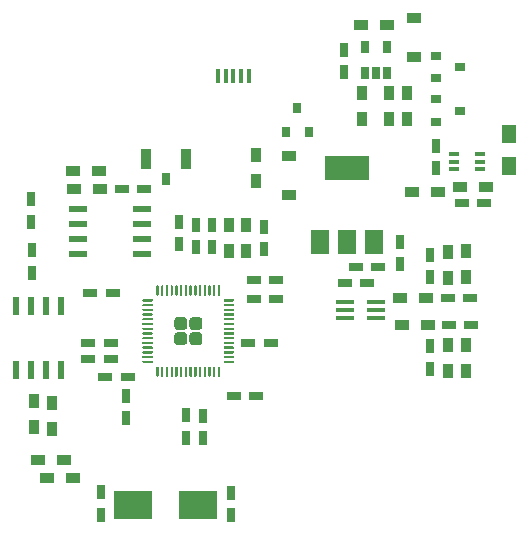
<source format=gbr>
%TF.GenerationSoftware,KiCad,Pcbnew,(5.1.12)-1*%
%TF.CreationDate,2021-12-23T20:15:37-08:00*%
%TF.ProjectId,frozen_stuff,66726f7a-656e-45f7-9374-7566662e6b69,rev?*%
%TF.SameCoordinates,Original*%
%TF.FileFunction,Paste,Top*%
%TF.FilePolarity,Positive*%
%FSLAX46Y46*%
G04 Gerber Fmt 4.6, Leading zero omitted, Abs format (unit mm)*
G04 Created by KiCad (PCBNEW (5.1.12)-1) date 2021-12-23 20:15:37*
%MOMM*%
%LPD*%
G01*
G04 APERTURE LIST*
%ADD10R,0.900000X1.200000*%
%ADD11R,0.750000X1.200000*%
%ADD12R,1.200000X0.900000*%
%ADD13R,1.200000X0.750000*%
%ADD14R,0.600000X1.550000*%
%ADD15R,3.325000X2.400000*%
%ADD16R,1.500000X0.400000*%
%ADD17R,0.900000X1.700000*%
%ADD18R,0.800000X1.100000*%
%ADD19R,0.900000X0.800000*%
%ADD20R,0.650000X1.060000*%
%ADD21R,0.800000X0.900000*%
%ADD22R,3.800000X2.000000*%
%ADD23R,1.500000X2.000000*%
%ADD24R,0.900000X0.400000*%
%ADD25R,1.200000X1.500000*%
%ADD26R,0.450000X1.300000*%
%ADD27R,1.550000X0.600000*%
G04 APERTURE END LIST*
D10*
%TO.C,R23*%
X195700000Y-87200000D03*
X195700000Y-89400000D03*
%TD*%
D11*
%TO.C,C28*%
X163880800Y-96230400D03*
X163880800Y-98130400D03*
%TD*%
%TO.C,C5*%
X177012600Y-114528600D03*
X177012600Y-116428600D03*
%TD*%
D12*
%TO.C,R22*%
X164500000Y-118300000D03*
X166700000Y-118300000D03*
%TD*%
D10*
%TO.C,R21*%
X164134800Y-113301600D03*
X164134800Y-115501600D03*
%TD*%
D12*
%TO.C,R20*%
X167400000Y-119800000D03*
X165200000Y-119800000D03*
%TD*%
D10*
%TO.C,R19*%
X165658800Y-113454000D03*
X165658800Y-115654000D03*
%TD*%
D11*
%TO.C,C30*%
X171958000Y-112842000D03*
X171958000Y-114742000D03*
%TD*%
D13*
%TO.C,C29*%
X172059600Y-111252000D03*
X170159600Y-111252000D03*
%TD*%
D11*
%TO.C,C27*%
X163931600Y-100548400D03*
X163931600Y-102448400D03*
%TD*%
D13*
%TO.C,C10*%
X170622000Y-108404000D03*
X168722000Y-108404000D03*
%TD*%
%TO.C,C26*%
X168722000Y-109791500D03*
X170622000Y-109791500D03*
%TD*%
%TO.C,C11*%
X170815000Y-104140000D03*
X168915000Y-104140000D03*
%TD*%
D14*
%TO.C,U7*%
X166433500Y-105250000D03*
X165163500Y-105250000D03*
X163893500Y-105250000D03*
X162623500Y-105250000D03*
X162623500Y-110650000D03*
X163893500Y-110650000D03*
X165163500Y-110650000D03*
X166433500Y-110650000D03*
%TD*%
D15*
%TO.C,Y1*%
X172497500Y-122072400D03*
X178022500Y-122072400D03*
%TD*%
D12*
%TO.C,R3*%
X198361000Y-95577000D03*
X196161000Y-95577000D03*
%TD*%
D13*
%TO.C,C4*%
X181071000Y-112849000D03*
X182971000Y-112849000D03*
%TD*%
D16*
%TO.C,U3*%
X190470000Y-104960000D03*
X190470000Y-105610000D03*
X190470000Y-106260000D03*
X193130000Y-106260000D03*
X193130000Y-105610000D03*
X193130000Y-104960000D03*
%TD*%
D10*
%TO.C,R16*%
X200690000Y-108574000D03*
X200690000Y-110774000D03*
%TD*%
%TO.C,R15*%
X200690000Y-102816000D03*
X200690000Y-100616000D03*
%TD*%
%TO.C,R14*%
X199166000Y-108574000D03*
X199166000Y-110774000D03*
%TD*%
%TO.C,R13*%
X199166000Y-102900000D03*
X199166000Y-100700000D03*
%TD*%
D12*
%TO.C,R12*%
X197472000Y-106880000D03*
X195272000Y-106880000D03*
%TD*%
%TO.C,R11*%
X197302000Y-104594000D03*
X195102000Y-104594000D03*
%TD*%
D13*
%TO.C,C25*%
X201132000Y-106880000D03*
X199232000Y-106880000D03*
%TD*%
%TO.C,C24*%
X201066000Y-104594000D03*
X199166000Y-104594000D03*
%TD*%
D11*
%TO.C,C23*%
X197642000Y-110558000D03*
X197642000Y-108658000D03*
%TD*%
%TO.C,C22*%
X197642000Y-100916000D03*
X197642000Y-102816000D03*
%TD*%
D13*
%TO.C,C21*%
X192369000Y-103324000D03*
X190469000Y-103324000D03*
%TD*%
D11*
%TO.C,C12*%
X177830000Y-100273500D03*
X177830000Y-98373500D03*
%TD*%
D17*
%TO.C,SW1*%
X173590000Y-92852000D03*
X176990000Y-92852000D03*
D18*
X175290000Y-94492000D03*
%TD*%
D12*
%TO.C,R10*%
X169702000Y-95386500D03*
X167502000Y-95386500D03*
%TD*%
%TO.C,R9*%
X169659000Y-93862500D03*
X167459000Y-93862500D03*
%TD*%
D19*
%TO.C,Q2*%
X198166000Y-87769000D03*
X198166000Y-89669000D03*
X200166000Y-88719000D03*
%TD*%
D20*
%TO.C,U6*%
X192120000Y-85501000D03*
X193070000Y-85501000D03*
X194020000Y-85501000D03*
X194020000Y-83301000D03*
X192120000Y-83301000D03*
%TD*%
D10*
%TO.C,R8*%
X194213000Y-89438000D03*
X194213000Y-87238000D03*
%TD*%
%TO.C,R7*%
X191927000Y-89438000D03*
X191927000Y-87238000D03*
%TD*%
%TO.C,R6*%
X182900000Y-92500000D03*
X182900000Y-94700000D03*
%TD*%
D21*
%TO.C,Q3*%
X185486000Y-90535000D03*
X187386000Y-90535000D03*
X186436000Y-88535000D03*
%TD*%
D12*
%TO.C,D2*%
X185700000Y-92550000D03*
X185700000Y-95850000D03*
%TD*%
D11*
%TO.C,C20*%
X190403000Y-85478000D03*
X190403000Y-83578000D03*
%TD*%
%TO.C,C17*%
X176450000Y-100022000D03*
X176450000Y-98122000D03*
%TD*%
%TO.C,C16*%
X178409600Y-114543800D03*
X178409600Y-116443800D03*
%TD*%
%TO.C,C13*%
X179227000Y-100276000D03*
X179227000Y-98376000D03*
%TD*%
D13*
%TO.C,C9*%
X182722000Y-103070000D03*
X184622000Y-103070000D03*
%TD*%
%TO.C,C8*%
X182722000Y-104648000D03*
X184622000Y-104648000D03*
%TD*%
D11*
%TO.C,C7*%
X183608500Y-100464000D03*
X183608500Y-98564000D03*
%TD*%
D13*
%TO.C,C6*%
X182275000Y-108404000D03*
X184175000Y-108404000D03*
%TD*%
D22*
%TO.C,U5*%
X190627000Y-93585000D03*
D23*
X190627000Y-99885000D03*
X192927000Y-99885000D03*
X188327000Y-99885000D03*
%TD*%
D24*
%TO.C,U1*%
X199717000Y-92387000D03*
X199717000Y-93687000D03*
X201917000Y-93037000D03*
X199717000Y-93037000D03*
X201917000Y-93687000D03*
X201917000Y-92387000D03*
%TD*%
D12*
%TO.C,R2*%
X202425000Y-95196000D03*
X200225000Y-95196000D03*
%TD*%
%TO.C,R1*%
X194000000Y-81500000D03*
X191800000Y-81500000D03*
%TD*%
D19*
%TO.C,Q1*%
X198166000Y-84086000D03*
X198166000Y-85986000D03*
X200166000Y-85036000D03*
%TD*%
D25*
%TO.C,L1*%
X204373000Y-90671000D03*
X204373000Y-93371000D03*
%TD*%
D26*
%TO.C,J1*%
X182305000Y-85793000D03*
X181655000Y-85793000D03*
X181005000Y-85793000D03*
X180355000Y-85793000D03*
X179705000Y-85793000D03*
%TD*%
D12*
%TO.C,D1*%
X196300000Y-84150000D03*
X196300000Y-80850000D03*
%TD*%
D13*
%TO.C,C19*%
X191358000Y-101927000D03*
X193258000Y-101927000D03*
%TD*%
D11*
%TO.C,C18*%
X195102000Y-99834000D03*
X195102000Y-101734000D03*
%TD*%
D13*
%TO.C,C3*%
X202275000Y-96550000D03*
X200375000Y-96550000D03*
%TD*%
D11*
%TO.C,C1*%
X198150000Y-91706000D03*
X198150000Y-93606000D03*
%TD*%
D10*
%TO.C,R5*%
X182084500Y-98414000D03*
X182084500Y-100614000D03*
%TD*%
%TO.C,R4*%
X180624000Y-98414000D03*
X180624000Y-100614000D03*
%TD*%
D11*
%TO.C,C15*%
X180800000Y-121071600D03*
X180800000Y-122971600D03*
%TD*%
%TO.C,C14*%
X169773600Y-121020800D03*
X169773600Y-122920800D03*
%TD*%
D13*
%TO.C,C2*%
X171546000Y-95386500D03*
X173446000Y-95386500D03*
%TD*%
%TO.C,U4*%
G36*
G01*
X174495000Y-104338000D02*
X174495000Y-103563000D01*
G75*
G02*
X174545000Y-103513000I50000J0D01*
G01*
X174645000Y-103513000D01*
G75*
G02*
X174695000Y-103563000I0J-50000D01*
G01*
X174695000Y-104338000D01*
G75*
G02*
X174645000Y-104388000I-50000J0D01*
G01*
X174545000Y-104388000D01*
G75*
G02*
X174495000Y-104338000I0J50000D01*
G01*
G37*
G36*
G01*
X174895000Y-104338000D02*
X174895000Y-103563000D01*
G75*
G02*
X174945000Y-103513000I50000J0D01*
G01*
X175045000Y-103513000D01*
G75*
G02*
X175095000Y-103563000I0J-50000D01*
G01*
X175095000Y-104338000D01*
G75*
G02*
X175045000Y-104388000I-50000J0D01*
G01*
X174945000Y-104388000D01*
G75*
G02*
X174895000Y-104338000I0J50000D01*
G01*
G37*
G36*
G01*
X175295000Y-104338000D02*
X175295000Y-103563000D01*
G75*
G02*
X175345000Y-103513000I50000J0D01*
G01*
X175445000Y-103513000D01*
G75*
G02*
X175495000Y-103563000I0J-50000D01*
G01*
X175495000Y-104338000D01*
G75*
G02*
X175445000Y-104388000I-50000J0D01*
G01*
X175345000Y-104388000D01*
G75*
G02*
X175295000Y-104338000I0J50000D01*
G01*
G37*
G36*
G01*
X175695000Y-104338000D02*
X175695000Y-103563000D01*
G75*
G02*
X175745000Y-103513000I50000J0D01*
G01*
X175845000Y-103513000D01*
G75*
G02*
X175895000Y-103563000I0J-50000D01*
G01*
X175895000Y-104338000D01*
G75*
G02*
X175845000Y-104388000I-50000J0D01*
G01*
X175745000Y-104388000D01*
G75*
G02*
X175695000Y-104338000I0J50000D01*
G01*
G37*
G36*
G01*
X176095000Y-104338000D02*
X176095000Y-103563000D01*
G75*
G02*
X176145000Y-103513000I50000J0D01*
G01*
X176245000Y-103513000D01*
G75*
G02*
X176295000Y-103563000I0J-50000D01*
G01*
X176295000Y-104338000D01*
G75*
G02*
X176245000Y-104388000I-50000J0D01*
G01*
X176145000Y-104388000D01*
G75*
G02*
X176095000Y-104338000I0J50000D01*
G01*
G37*
G36*
G01*
X176495000Y-104338000D02*
X176495000Y-103563000D01*
G75*
G02*
X176545000Y-103513000I50000J0D01*
G01*
X176645000Y-103513000D01*
G75*
G02*
X176695000Y-103563000I0J-50000D01*
G01*
X176695000Y-104338000D01*
G75*
G02*
X176645000Y-104388000I-50000J0D01*
G01*
X176545000Y-104388000D01*
G75*
G02*
X176495000Y-104338000I0J50000D01*
G01*
G37*
G36*
G01*
X176895000Y-104338000D02*
X176895000Y-103563000D01*
G75*
G02*
X176945000Y-103513000I50000J0D01*
G01*
X177045000Y-103513000D01*
G75*
G02*
X177095000Y-103563000I0J-50000D01*
G01*
X177095000Y-104338000D01*
G75*
G02*
X177045000Y-104388000I-50000J0D01*
G01*
X176945000Y-104388000D01*
G75*
G02*
X176895000Y-104338000I0J50000D01*
G01*
G37*
G36*
G01*
X177295000Y-104338000D02*
X177295000Y-103563000D01*
G75*
G02*
X177345000Y-103513000I50000J0D01*
G01*
X177445000Y-103513000D01*
G75*
G02*
X177495000Y-103563000I0J-50000D01*
G01*
X177495000Y-104338000D01*
G75*
G02*
X177445000Y-104388000I-50000J0D01*
G01*
X177345000Y-104388000D01*
G75*
G02*
X177295000Y-104338000I0J50000D01*
G01*
G37*
G36*
G01*
X177695000Y-104338000D02*
X177695000Y-103563000D01*
G75*
G02*
X177745000Y-103513000I50000J0D01*
G01*
X177845000Y-103513000D01*
G75*
G02*
X177895000Y-103563000I0J-50000D01*
G01*
X177895000Y-104338000D01*
G75*
G02*
X177845000Y-104388000I-50000J0D01*
G01*
X177745000Y-104388000D01*
G75*
G02*
X177695000Y-104338000I0J50000D01*
G01*
G37*
G36*
G01*
X178095000Y-104338000D02*
X178095000Y-103563000D01*
G75*
G02*
X178145000Y-103513000I50000J0D01*
G01*
X178245000Y-103513000D01*
G75*
G02*
X178295000Y-103563000I0J-50000D01*
G01*
X178295000Y-104338000D01*
G75*
G02*
X178245000Y-104388000I-50000J0D01*
G01*
X178145000Y-104388000D01*
G75*
G02*
X178095000Y-104338000I0J50000D01*
G01*
G37*
G36*
G01*
X178495000Y-104338000D02*
X178495000Y-103563000D01*
G75*
G02*
X178545000Y-103513000I50000J0D01*
G01*
X178645000Y-103513000D01*
G75*
G02*
X178695000Y-103563000I0J-50000D01*
G01*
X178695000Y-104338000D01*
G75*
G02*
X178645000Y-104388000I-50000J0D01*
G01*
X178545000Y-104388000D01*
G75*
G02*
X178495000Y-104338000I0J50000D01*
G01*
G37*
G36*
G01*
X178895000Y-104338000D02*
X178895000Y-103563000D01*
G75*
G02*
X178945000Y-103513000I50000J0D01*
G01*
X179045000Y-103513000D01*
G75*
G02*
X179095000Y-103563000I0J-50000D01*
G01*
X179095000Y-104338000D01*
G75*
G02*
X179045000Y-104388000I-50000J0D01*
G01*
X178945000Y-104388000D01*
G75*
G02*
X178895000Y-104338000I0J50000D01*
G01*
G37*
G36*
G01*
X179295000Y-104338000D02*
X179295000Y-103563000D01*
G75*
G02*
X179345000Y-103513000I50000J0D01*
G01*
X179445000Y-103513000D01*
G75*
G02*
X179495000Y-103563000I0J-50000D01*
G01*
X179495000Y-104338000D01*
G75*
G02*
X179445000Y-104388000I-50000J0D01*
G01*
X179345000Y-104388000D01*
G75*
G02*
X179295000Y-104338000I0J50000D01*
G01*
G37*
G36*
G01*
X179695000Y-104338000D02*
X179695000Y-103563000D01*
G75*
G02*
X179745000Y-103513000I50000J0D01*
G01*
X179845000Y-103513000D01*
G75*
G02*
X179895000Y-103563000I0J-50000D01*
G01*
X179895000Y-104338000D01*
G75*
G02*
X179845000Y-104388000I-50000J0D01*
G01*
X179745000Y-104388000D01*
G75*
G02*
X179695000Y-104338000I0J50000D01*
G01*
G37*
G36*
G01*
X180195000Y-104838000D02*
X180195000Y-104738000D01*
G75*
G02*
X180245000Y-104688000I50000J0D01*
G01*
X181020000Y-104688000D01*
G75*
G02*
X181070000Y-104738000I0J-50000D01*
G01*
X181070000Y-104838000D01*
G75*
G02*
X181020000Y-104888000I-50000J0D01*
G01*
X180245000Y-104888000D01*
G75*
G02*
X180195000Y-104838000I0J50000D01*
G01*
G37*
G36*
G01*
X180195000Y-105238000D02*
X180195000Y-105138000D01*
G75*
G02*
X180245000Y-105088000I50000J0D01*
G01*
X181020000Y-105088000D01*
G75*
G02*
X181070000Y-105138000I0J-50000D01*
G01*
X181070000Y-105238000D01*
G75*
G02*
X181020000Y-105288000I-50000J0D01*
G01*
X180245000Y-105288000D01*
G75*
G02*
X180195000Y-105238000I0J50000D01*
G01*
G37*
G36*
G01*
X180195000Y-105638000D02*
X180195000Y-105538000D01*
G75*
G02*
X180245000Y-105488000I50000J0D01*
G01*
X181020000Y-105488000D01*
G75*
G02*
X181070000Y-105538000I0J-50000D01*
G01*
X181070000Y-105638000D01*
G75*
G02*
X181020000Y-105688000I-50000J0D01*
G01*
X180245000Y-105688000D01*
G75*
G02*
X180195000Y-105638000I0J50000D01*
G01*
G37*
G36*
G01*
X180195000Y-106038000D02*
X180195000Y-105938000D01*
G75*
G02*
X180245000Y-105888000I50000J0D01*
G01*
X181020000Y-105888000D01*
G75*
G02*
X181070000Y-105938000I0J-50000D01*
G01*
X181070000Y-106038000D01*
G75*
G02*
X181020000Y-106088000I-50000J0D01*
G01*
X180245000Y-106088000D01*
G75*
G02*
X180195000Y-106038000I0J50000D01*
G01*
G37*
G36*
G01*
X180195000Y-106438000D02*
X180195000Y-106338000D01*
G75*
G02*
X180245000Y-106288000I50000J0D01*
G01*
X181020000Y-106288000D01*
G75*
G02*
X181070000Y-106338000I0J-50000D01*
G01*
X181070000Y-106438000D01*
G75*
G02*
X181020000Y-106488000I-50000J0D01*
G01*
X180245000Y-106488000D01*
G75*
G02*
X180195000Y-106438000I0J50000D01*
G01*
G37*
G36*
G01*
X180195000Y-106838000D02*
X180195000Y-106738000D01*
G75*
G02*
X180245000Y-106688000I50000J0D01*
G01*
X181020000Y-106688000D01*
G75*
G02*
X181070000Y-106738000I0J-50000D01*
G01*
X181070000Y-106838000D01*
G75*
G02*
X181020000Y-106888000I-50000J0D01*
G01*
X180245000Y-106888000D01*
G75*
G02*
X180195000Y-106838000I0J50000D01*
G01*
G37*
G36*
G01*
X180195000Y-107238000D02*
X180195000Y-107138000D01*
G75*
G02*
X180245000Y-107088000I50000J0D01*
G01*
X181020000Y-107088000D01*
G75*
G02*
X181070000Y-107138000I0J-50000D01*
G01*
X181070000Y-107238000D01*
G75*
G02*
X181020000Y-107288000I-50000J0D01*
G01*
X180245000Y-107288000D01*
G75*
G02*
X180195000Y-107238000I0J50000D01*
G01*
G37*
G36*
G01*
X180195000Y-107638000D02*
X180195000Y-107538000D01*
G75*
G02*
X180245000Y-107488000I50000J0D01*
G01*
X181020000Y-107488000D01*
G75*
G02*
X181070000Y-107538000I0J-50000D01*
G01*
X181070000Y-107638000D01*
G75*
G02*
X181020000Y-107688000I-50000J0D01*
G01*
X180245000Y-107688000D01*
G75*
G02*
X180195000Y-107638000I0J50000D01*
G01*
G37*
G36*
G01*
X180195000Y-108038000D02*
X180195000Y-107938000D01*
G75*
G02*
X180245000Y-107888000I50000J0D01*
G01*
X181020000Y-107888000D01*
G75*
G02*
X181070000Y-107938000I0J-50000D01*
G01*
X181070000Y-108038000D01*
G75*
G02*
X181020000Y-108088000I-50000J0D01*
G01*
X180245000Y-108088000D01*
G75*
G02*
X180195000Y-108038000I0J50000D01*
G01*
G37*
G36*
G01*
X180195000Y-108438000D02*
X180195000Y-108338000D01*
G75*
G02*
X180245000Y-108288000I50000J0D01*
G01*
X181020000Y-108288000D01*
G75*
G02*
X181070000Y-108338000I0J-50000D01*
G01*
X181070000Y-108438000D01*
G75*
G02*
X181020000Y-108488000I-50000J0D01*
G01*
X180245000Y-108488000D01*
G75*
G02*
X180195000Y-108438000I0J50000D01*
G01*
G37*
G36*
G01*
X180195000Y-108838000D02*
X180195000Y-108738000D01*
G75*
G02*
X180245000Y-108688000I50000J0D01*
G01*
X181020000Y-108688000D01*
G75*
G02*
X181070000Y-108738000I0J-50000D01*
G01*
X181070000Y-108838000D01*
G75*
G02*
X181020000Y-108888000I-50000J0D01*
G01*
X180245000Y-108888000D01*
G75*
G02*
X180195000Y-108838000I0J50000D01*
G01*
G37*
G36*
G01*
X180195000Y-109238000D02*
X180195000Y-109138000D01*
G75*
G02*
X180245000Y-109088000I50000J0D01*
G01*
X181020000Y-109088000D01*
G75*
G02*
X181070000Y-109138000I0J-50000D01*
G01*
X181070000Y-109238000D01*
G75*
G02*
X181020000Y-109288000I-50000J0D01*
G01*
X180245000Y-109288000D01*
G75*
G02*
X180195000Y-109238000I0J50000D01*
G01*
G37*
G36*
G01*
X180195000Y-109638000D02*
X180195000Y-109538000D01*
G75*
G02*
X180245000Y-109488000I50000J0D01*
G01*
X181020000Y-109488000D01*
G75*
G02*
X181070000Y-109538000I0J-50000D01*
G01*
X181070000Y-109638000D01*
G75*
G02*
X181020000Y-109688000I-50000J0D01*
G01*
X180245000Y-109688000D01*
G75*
G02*
X180195000Y-109638000I0J50000D01*
G01*
G37*
G36*
G01*
X180195000Y-110038000D02*
X180195000Y-109938000D01*
G75*
G02*
X180245000Y-109888000I50000J0D01*
G01*
X181020000Y-109888000D01*
G75*
G02*
X181070000Y-109938000I0J-50000D01*
G01*
X181070000Y-110038000D01*
G75*
G02*
X181020000Y-110088000I-50000J0D01*
G01*
X180245000Y-110088000D01*
G75*
G02*
X180195000Y-110038000I0J50000D01*
G01*
G37*
G36*
G01*
X179695000Y-111213000D02*
X179695000Y-110438000D01*
G75*
G02*
X179745000Y-110388000I50000J0D01*
G01*
X179845000Y-110388000D01*
G75*
G02*
X179895000Y-110438000I0J-50000D01*
G01*
X179895000Y-111213000D01*
G75*
G02*
X179845000Y-111263000I-50000J0D01*
G01*
X179745000Y-111263000D01*
G75*
G02*
X179695000Y-111213000I0J50000D01*
G01*
G37*
G36*
G01*
X179295000Y-111213000D02*
X179295000Y-110438000D01*
G75*
G02*
X179345000Y-110388000I50000J0D01*
G01*
X179445000Y-110388000D01*
G75*
G02*
X179495000Y-110438000I0J-50000D01*
G01*
X179495000Y-111213000D01*
G75*
G02*
X179445000Y-111263000I-50000J0D01*
G01*
X179345000Y-111263000D01*
G75*
G02*
X179295000Y-111213000I0J50000D01*
G01*
G37*
G36*
G01*
X178895000Y-111213000D02*
X178895000Y-110438000D01*
G75*
G02*
X178945000Y-110388000I50000J0D01*
G01*
X179045000Y-110388000D01*
G75*
G02*
X179095000Y-110438000I0J-50000D01*
G01*
X179095000Y-111213000D01*
G75*
G02*
X179045000Y-111263000I-50000J0D01*
G01*
X178945000Y-111263000D01*
G75*
G02*
X178895000Y-111213000I0J50000D01*
G01*
G37*
G36*
G01*
X178495000Y-111213000D02*
X178495000Y-110438000D01*
G75*
G02*
X178545000Y-110388000I50000J0D01*
G01*
X178645000Y-110388000D01*
G75*
G02*
X178695000Y-110438000I0J-50000D01*
G01*
X178695000Y-111213000D01*
G75*
G02*
X178645000Y-111263000I-50000J0D01*
G01*
X178545000Y-111263000D01*
G75*
G02*
X178495000Y-111213000I0J50000D01*
G01*
G37*
G36*
G01*
X178095000Y-111213000D02*
X178095000Y-110438000D01*
G75*
G02*
X178145000Y-110388000I50000J0D01*
G01*
X178245000Y-110388000D01*
G75*
G02*
X178295000Y-110438000I0J-50000D01*
G01*
X178295000Y-111213000D01*
G75*
G02*
X178245000Y-111263000I-50000J0D01*
G01*
X178145000Y-111263000D01*
G75*
G02*
X178095000Y-111213000I0J50000D01*
G01*
G37*
G36*
G01*
X177695000Y-111213000D02*
X177695000Y-110438000D01*
G75*
G02*
X177745000Y-110388000I50000J0D01*
G01*
X177845000Y-110388000D01*
G75*
G02*
X177895000Y-110438000I0J-50000D01*
G01*
X177895000Y-111213000D01*
G75*
G02*
X177845000Y-111263000I-50000J0D01*
G01*
X177745000Y-111263000D01*
G75*
G02*
X177695000Y-111213000I0J50000D01*
G01*
G37*
G36*
G01*
X177295000Y-111213000D02*
X177295000Y-110438000D01*
G75*
G02*
X177345000Y-110388000I50000J0D01*
G01*
X177445000Y-110388000D01*
G75*
G02*
X177495000Y-110438000I0J-50000D01*
G01*
X177495000Y-111213000D01*
G75*
G02*
X177445000Y-111263000I-50000J0D01*
G01*
X177345000Y-111263000D01*
G75*
G02*
X177295000Y-111213000I0J50000D01*
G01*
G37*
G36*
G01*
X176895000Y-111213000D02*
X176895000Y-110438000D01*
G75*
G02*
X176945000Y-110388000I50000J0D01*
G01*
X177045000Y-110388000D01*
G75*
G02*
X177095000Y-110438000I0J-50000D01*
G01*
X177095000Y-111213000D01*
G75*
G02*
X177045000Y-111263000I-50000J0D01*
G01*
X176945000Y-111263000D01*
G75*
G02*
X176895000Y-111213000I0J50000D01*
G01*
G37*
G36*
G01*
X176495000Y-111213000D02*
X176495000Y-110438000D01*
G75*
G02*
X176545000Y-110388000I50000J0D01*
G01*
X176645000Y-110388000D01*
G75*
G02*
X176695000Y-110438000I0J-50000D01*
G01*
X176695000Y-111213000D01*
G75*
G02*
X176645000Y-111263000I-50000J0D01*
G01*
X176545000Y-111263000D01*
G75*
G02*
X176495000Y-111213000I0J50000D01*
G01*
G37*
G36*
G01*
X176095000Y-111213000D02*
X176095000Y-110438000D01*
G75*
G02*
X176145000Y-110388000I50000J0D01*
G01*
X176245000Y-110388000D01*
G75*
G02*
X176295000Y-110438000I0J-50000D01*
G01*
X176295000Y-111213000D01*
G75*
G02*
X176245000Y-111263000I-50000J0D01*
G01*
X176145000Y-111263000D01*
G75*
G02*
X176095000Y-111213000I0J50000D01*
G01*
G37*
G36*
G01*
X175695000Y-111213000D02*
X175695000Y-110438000D01*
G75*
G02*
X175745000Y-110388000I50000J0D01*
G01*
X175845000Y-110388000D01*
G75*
G02*
X175895000Y-110438000I0J-50000D01*
G01*
X175895000Y-111213000D01*
G75*
G02*
X175845000Y-111263000I-50000J0D01*
G01*
X175745000Y-111263000D01*
G75*
G02*
X175695000Y-111213000I0J50000D01*
G01*
G37*
G36*
G01*
X175295000Y-111213000D02*
X175295000Y-110438000D01*
G75*
G02*
X175345000Y-110388000I50000J0D01*
G01*
X175445000Y-110388000D01*
G75*
G02*
X175495000Y-110438000I0J-50000D01*
G01*
X175495000Y-111213000D01*
G75*
G02*
X175445000Y-111263000I-50000J0D01*
G01*
X175345000Y-111263000D01*
G75*
G02*
X175295000Y-111213000I0J50000D01*
G01*
G37*
G36*
G01*
X174895000Y-111213000D02*
X174895000Y-110438000D01*
G75*
G02*
X174945000Y-110388000I50000J0D01*
G01*
X175045000Y-110388000D01*
G75*
G02*
X175095000Y-110438000I0J-50000D01*
G01*
X175095000Y-111213000D01*
G75*
G02*
X175045000Y-111263000I-50000J0D01*
G01*
X174945000Y-111263000D01*
G75*
G02*
X174895000Y-111213000I0J50000D01*
G01*
G37*
G36*
G01*
X174495000Y-111213000D02*
X174495000Y-110438000D01*
G75*
G02*
X174545000Y-110388000I50000J0D01*
G01*
X174645000Y-110388000D01*
G75*
G02*
X174695000Y-110438000I0J-50000D01*
G01*
X174695000Y-111213000D01*
G75*
G02*
X174645000Y-111263000I-50000J0D01*
G01*
X174545000Y-111263000D01*
G75*
G02*
X174495000Y-111213000I0J50000D01*
G01*
G37*
G36*
G01*
X173320000Y-110038000D02*
X173320000Y-109938000D01*
G75*
G02*
X173370000Y-109888000I50000J0D01*
G01*
X174145000Y-109888000D01*
G75*
G02*
X174195000Y-109938000I0J-50000D01*
G01*
X174195000Y-110038000D01*
G75*
G02*
X174145000Y-110088000I-50000J0D01*
G01*
X173370000Y-110088000D01*
G75*
G02*
X173320000Y-110038000I0J50000D01*
G01*
G37*
G36*
G01*
X173320000Y-109638000D02*
X173320000Y-109538000D01*
G75*
G02*
X173370000Y-109488000I50000J0D01*
G01*
X174145000Y-109488000D01*
G75*
G02*
X174195000Y-109538000I0J-50000D01*
G01*
X174195000Y-109638000D01*
G75*
G02*
X174145000Y-109688000I-50000J0D01*
G01*
X173370000Y-109688000D01*
G75*
G02*
X173320000Y-109638000I0J50000D01*
G01*
G37*
G36*
G01*
X173320000Y-109238000D02*
X173320000Y-109138000D01*
G75*
G02*
X173370000Y-109088000I50000J0D01*
G01*
X174145000Y-109088000D01*
G75*
G02*
X174195000Y-109138000I0J-50000D01*
G01*
X174195000Y-109238000D01*
G75*
G02*
X174145000Y-109288000I-50000J0D01*
G01*
X173370000Y-109288000D01*
G75*
G02*
X173320000Y-109238000I0J50000D01*
G01*
G37*
G36*
G01*
X173320000Y-108838000D02*
X173320000Y-108738000D01*
G75*
G02*
X173370000Y-108688000I50000J0D01*
G01*
X174145000Y-108688000D01*
G75*
G02*
X174195000Y-108738000I0J-50000D01*
G01*
X174195000Y-108838000D01*
G75*
G02*
X174145000Y-108888000I-50000J0D01*
G01*
X173370000Y-108888000D01*
G75*
G02*
X173320000Y-108838000I0J50000D01*
G01*
G37*
G36*
G01*
X173320000Y-108438000D02*
X173320000Y-108338000D01*
G75*
G02*
X173370000Y-108288000I50000J0D01*
G01*
X174145000Y-108288000D01*
G75*
G02*
X174195000Y-108338000I0J-50000D01*
G01*
X174195000Y-108438000D01*
G75*
G02*
X174145000Y-108488000I-50000J0D01*
G01*
X173370000Y-108488000D01*
G75*
G02*
X173320000Y-108438000I0J50000D01*
G01*
G37*
G36*
G01*
X173320000Y-108038000D02*
X173320000Y-107938000D01*
G75*
G02*
X173370000Y-107888000I50000J0D01*
G01*
X174145000Y-107888000D01*
G75*
G02*
X174195000Y-107938000I0J-50000D01*
G01*
X174195000Y-108038000D01*
G75*
G02*
X174145000Y-108088000I-50000J0D01*
G01*
X173370000Y-108088000D01*
G75*
G02*
X173320000Y-108038000I0J50000D01*
G01*
G37*
G36*
G01*
X173320000Y-107638000D02*
X173320000Y-107538000D01*
G75*
G02*
X173370000Y-107488000I50000J0D01*
G01*
X174145000Y-107488000D01*
G75*
G02*
X174195000Y-107538000I0J-50000D01*
G01*
X174195000Y-107638000D01*
G75*
G02*
X174145000Y-107688000I-50000J0D01*
G01*
X173370000Y-107688000D01*
G75*
G02*
X173320000Y-107638000I0J50000D01*
G01*
G37*
G36*
G01*
X173320000Y-107238000D02*
X173320000Y-107138000D01*
G75*
G02*
X173370000Y-107088000I50000J0D01*
G01*
X174145000Y-107088000D01*
G75*
G02*
X174195000Y-107138000I0J-50000D01*
G01*
X174195000Y-107238000D01*
G75*
G02*
X174145000Y-107288000I-50000J0D01*
G01*
X173370000Y-107288000D01*
G75*
G02*
X173320000Y-107238000I0J50000D01*
G01*
G37*
G36*
G01*
X173320000Y-106838000D02*
X173320000Y-106738000D01*
G75*
G02*
X173370000Y-106688000I50000J0D01*
G01*
X174145000Y-106688000D01*
G75*
G02*
X174195000Y-106738000I0J-50000D01*
G01*
X174195000Y-106838000D01*
G75*
G02*
X174145000Y-106888000I-50000J0D01*
G01*
X173370000Y-106888000D01*
G75*
G02*
X173320000Y-106838000I0J50000D01*
G01*
G37*
G36*
G01*
X173320000Y-106438000D02*
X173320000Y-106338000D01*
G75*
G02*
X173370000Y-106288000I50000J0D01*
G01*
X174145000Y-106288000D01*
G75*
G02*
X174195000Y-106338000I0J-50000D01*
G01*
X174195000Y-106438000D01*
G75*
G02*
X174145000Y-106488000I-50000J0D01*
G01*
X173370000Y-106488000D01*
G75*
G02*
X173320000Y-106438000I0J50000D01*
G01*
G37*
G36*
G01*
X173320000Y-106038000D02*
X173320000Y-105938000D01*
G75*
G02*
X173370000Y-105888000I50000J0D01*
G01*
X174145000Y-105888000D01*
G75*
G02*
X174195000Y-105938000I0J-50000D01*
G01*
X174195000Y-106038000D01*
G75*
G02*
X174145000Y-106088000I-50000J0D01*
G01*
X173370000Y-106088000D01*
G75*
G02*
X173320000Y-106038000I0J50000D01*
G01*
G37*
G36*
G01*
X173320000Y-105638000D02*
X173320000Y-105538000D01*
G75*
G02*
X173370000Y-105488000I50000J0D01*
G01*
X174145000Y-105488000D01*
G75*
G02*
X174195000Y-105538000I0J-50000D01*
G01*
X174195000Y-105638000D01*
G75*
G02*
X174145000Y-105688000I-50000J0D01*
G01*
X173370000Y-105688000D01*
G75*
G02*
X173320000Y-105638000I0J50000D01*
G01*
G37*
G36*
G01*
X173320000Y-105238000D02*
X173320000Y-105138000D01*
G75*
G02*
X173370000Y-105088000I50000J0D01*
G01*
X174145000Y-105088000D01*
G75*
G02*
X174195000Y-105138000I0J-50000D01*
G01*
X174195000Y-105238000D01*
G75*
G02*
X174145000Y-105288000I-50000J0D01*
G01*
X173370000Y-105288000D01*
G75*
G02*
X173320000Y-105238000I0J50000D01*
G01*
G37*
G36*
G01*
X173320000Y-104838000D02*
X173320000Y-104738000D01*
G75*
G02*
X173370000Y-104688000I50000J0D01*
G01*
X174145000Y-104688000D01*
G75*
G02*
X174195000Y-104738000I0J-50000D01*
G01*
X174195000Y-104838000D01*
G75*
G02*
X174145000Y-104888000I-50000J0D01*
G01*
X173370000Y-104888000D01*
G75*
G02*
X173320000Y-104838000I0J50000D01*
G01*
G37*
G36*
G01*
X177290283Y-108317717D02*
X177290283Y-107733283D01*
G75*
G02*
X177540283Y-107483283I250000J0D01*
G01*
X178124717Y-107483283D01*
G75*
G02*
X178374717Y-107733283I0J-250000D01*
G01*
X178374717Y-108317717D01*
G75*
G02*
X178124717Y-108567717I-250000J0D01*
G01*
X177540283Y-108567717D01*
G75*
G02*
X177290283Y-108317717I0J250000D01*
G01*
G37*
G36*
G01*
X177290283Y-107042717D02*
X177290283Y-106458283D01*
G75*
G02*
X177540283Y-106208283I250000J0D01*
G01*
X178124717Y-106208283D01*
G75*
G02*
X178374717Y-106458283I0J-250000D01*
G01*
X178374717Y-107042717D01*
G75*
G02*
X178124717Y-107292717I-250000J0D01*
G01*
X177540283Y-107292717D01*
G75*
G02*
X177290283Y-107042717I0J250000D01*
G01*
G37*
G36*
G01*
X176015283Y-108317717D02*
X176015283Y-107733283D01*
G75*
G02*
X176265283Y-107483283I250000J0D01*
G01*
X176849717Y-107483283D01*
G75*
G02*
X177099717Y-107733283I0J-250000D01*
G01*
X177099717Y-108317717D01*
G75*
G02*
X176849717Y-108567717I-250000J0D01*
G01*
X176265283Y-108567717D01*
G75*
G02*
X176015283Y-108317717I0J250000D01*
G01*
G37*
G36*
G01*
X176015283Y-107042717D02*
X176015283Y-106458283D01*
G75*
G02*
X176265283Y-106208283I250000J0D01*
G01*
X176849717Y-106208283D01*
G75*
G02*
X177099717Y-106458283I0J-250000D01*
G01*
X177099717Y-107042717D01*
G75*
G02*
X176849717Y-107292717I-250000J0D01*
G01*
X176265283Y-107292717D01*
G75*
G02*
X176015283Y-107042717I0J250000D01*
G01*
G37*
%TD*%
D27*
%TO.C,U2*%
X167891000Y-97037500D03*
X167891000Y-98307500D03*
X167891000Y-99577500D03*
X167891000Y-100847500D03*
X173291000Y-100847500D03*
X173291000Y-99577500D03*
X173291000Y-98307500D03*
X173291000Y-97037500D03*
%TD*%
M02*

</source>
